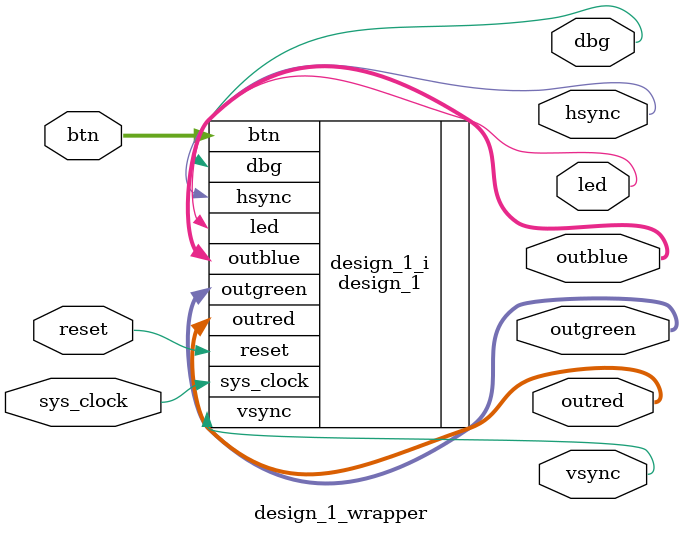
<source format=v>
`timescale 1 ps / 1 ps

module design_1_wrapper
   (btn,
    dbg,
    hsync,
    led,
    outblue,
    outgreen,
    outred,
    reset,
    sys_clock,
    vsync);
  input [2:0]btn;
  output dbg;
  output hsync;
  output led;
  output [3:0]outblue;
  output [3:0]outgreen;
  output [3:0]outred;
  input reset;
  input sys_clock;
  output vsync;

  wire [2:0]btn;
  wire dbg;
  wire hsync;
  wire led;
  wire [3:0]outblue;
  wire [3:0]outgreen;
  wire [3:0]outred;
  wire reset;
  wire sys_clock;
  wire vsync;

  design_1 design_1_i
       (.btn(btn),
        .dbg(dbg),
        .hsync(hsync),
        .led(led),
        .outblue(outblue),
        .outgreen(outgreen),
        .outred(outred),
        .reset(reset),
        .sys_clock(sys_clock),
        .vsync(vsync));
endmodule

</source>
